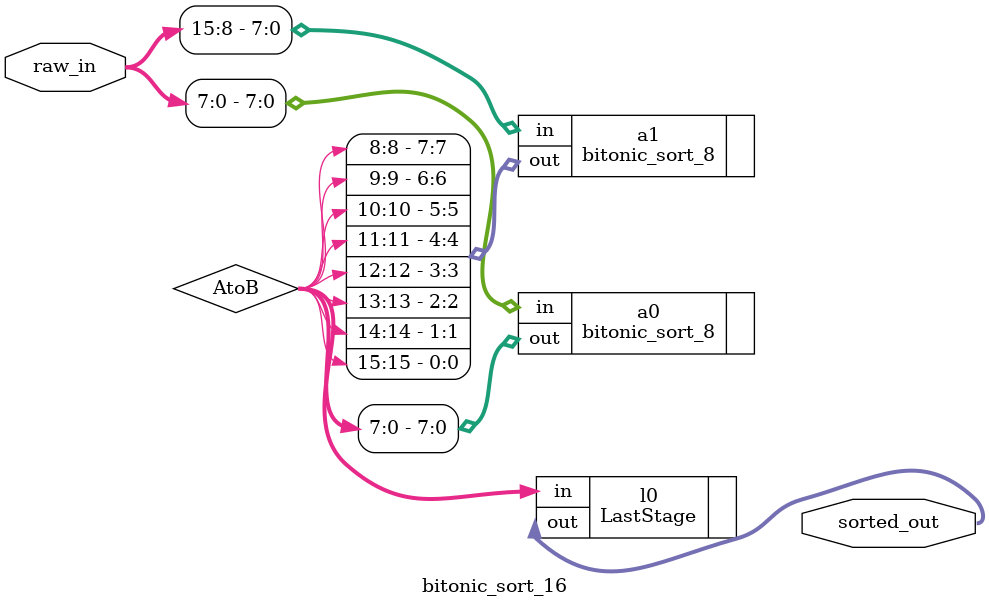
<source format=v>
`timescale 1ns / 1ps

module bitonic_sort_16(sorted_out, raw_in);
    input [15:0] raw_in;
    output [15:0] sorted_out;

    wire [15:0] AtoB;

    bitonic_sort_8 a0(.in(raw_in[7:0]), .out(AtoB[7:0]));
    bitonic_sort_8 a1(.in(raw_in[15:8]), 
                     .out({AtoB[8], AtoB[9], AtoB[10], AtoB[11], 
                           AtoB[12], AtoB[13], AtoB[14], AtoB[15]}));

    LastStage #(16) l0(.in(AtoB), .out(sorted_out));
endmodule

</source>
